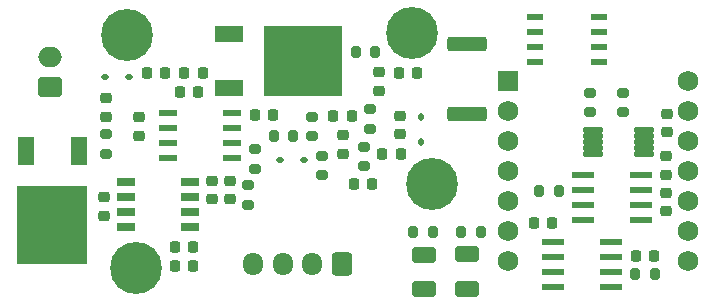
<source format=gbr>
%TF.GenerationSoftware,KiCad,Pcbnew,7.0.9*%
%TF.CreationDate,2024-01-14T15:58:55-05:00*%
%TF.ProjectId,5.2_5V,352e325f-3556-42e6-9b69-6361645f7063,rev?*%
%TF.SameCoordinates,Original*%
%TF.FileFunction,Soldermask,Top*%
%TF.FilePolarity,Negative*%
%FSLAX46Y46*%
G04 Gerber Fmt 4.6, Leading zero omitted, Abs format (unit mm)*
G04 Created by KiCad (PCBNEW 7.0.9) date 2024-01-14 15:58:55*
%MOMM*%
%LPD*%
G01*
G04 APERTURE LIST*
G04 Aperture macros list*
%AMRoundRect*
0 Rectangle with rounded corners*
0 $1 Rounding radius*
0 $2 $3 $4 $5 $6 $7 $8 $9 X,Y pos of 4 corners*
0 Add a 4 corners polygon primitive as box body*
4,1,4,$2,$3,$4,$5,$6,$7,$8,$9,$2,$3,0*
0 Add four circle primitives for the rounded corners*
1,1,$1+$1,$2,$3*
1,1,$1+$1,$4,$5*
1,1,$1+$1,$6,$7*
1,1,$1+$1,$8,$9*
0 Add four rect primitives between the rounded corners*
20,1,$1+$1,$2,$3,$4,$5,0*
20,1,$1+$1,$4,$5,$6,$7,0*
20,1,$1+$1,$6,$7,$8,$9,0*
20,1,$1+$1,$8,$9,$2,$3,0*%
G04 Aperture macros list end*
%ADD10C,4.400000*%
%ADD11RoundRect,0.250000X-1.425000X0.362500X-1.425000X-0.362500X1.425000X-0.362500X1.425000X0.362500X0*%
%ADD12RoundRect,0.225000X0.250000X-0.225000X0.250000X0.225000X-0.250000X0.225000X-0.250000X-0.225000X0*%
%ADD13RoundRect,0.225000X-0.225000X-0.250000X0.225000X-0.250000X0.225000X0.250000X-0.225000X0.250000X0*%
%ADD14RoundRect,0.113200X-0.723800X-0.128800X0.723800X-0.128800X0.723800X0.128800X-0.723800X0.128800X0*%
%ADD15RoundRect,0.250000X0.750000X-0.600000X0.750000X0.600000X-0.750000X0.600000X-0.750000X-0.600000X0*%
%ADD16O,2.000000X1.700000*%
%ADD17RoundRect,0.250000X0.600000X0.725000X-0.600000X0.725000X-0.600000X-0.725000X0.600000X-0.725000X0*%
%ADD18O,1.700000X1.950000*%
%ADD19RoundRect,0.112500X-0.187500X-0.112500X0.187500X-0.112500X0.187500X0.112500X-0.187500X0.112500X0*%
%ADD20RoundRect,0.225000X0.225000X0.250000X-0.225000X0.250000X-0.225000X-0.250000X0.225000X-0.250000X0*%
%ADD21RoundRect,0.200000X0.275000X-0.200000X0.275000X0.200000X-0.275000X0.200000X-0.275000X-0.200000X0*%
%ADD22R,1.981200X0.558800*%
%ADD23RoundRect,0.102000X-1.100000X-0.600000X1.100000X-0.600000X1.100000X0.600000X-1.100000X0.600000X0*%
%ADD24RoundRect,0.102000X-3.200000X-2.900000X3.200000X-2.900000X3.200000X2.900000X-3.200000X2.900000X0*%
%ADD25RoundRect,0.200000X-0.275000X0.200000X-0.275000X-0.200000X0.275000X-0.200000X0.275000X0.200000X0*%
%ADD26RoundRect,0.218750X-0.218750X-0.256250X0.218750X-0.256250X0.218750X0.256250X-0.218750X0.256250X0*%
%ADD27R,1.528000X0.650000*%
%ADD28RoundRect,0.310444X0.705556X-0.388056X0.705556X0.388056X-0.705556X0.388056X-0.705556X-0.388056X0*%
%ADD29RoundRect,0.200000X-0.200000X-0.275000X0.200000X-0.275000X0.200000X0.275000X-0.200000X0.275000X0*%
%ADD30RoundRect,0.225000X-0.250000X0.225000X-0.250000X-0.225000X0.250000X-0.225000X0.250000X0.225000X0*%
%ADD31RoundRect,0.102000X-0.600000X1.100000X-0.600000X-1.100000X0.600000X-1.100000X0.600000X1.100000X0*%
%ADD32RoundRect,0.102000X-2.900000X3.200000X-2.900000X-3.200000X2.900000X-3.200000X2.900000X3.200000X0*%
%ADD33RoundRect,0.310444X-0.705556X0.388056X-0.705556X-0.388056X0.705556X-0.388056X0.705556X0.388056X0*%
%ADD34RoundRect,0.112500X0.187500X0.112500X-0.187500X0.112500X-0.187500X-0.112500X0.187500X-0.112500X0*%
%ADD35RoundRect,0.102000X-0.765000X-0.765000X0.765000X-0.765000X0.765000X0.765000X-0.765000X0.765000X0*%
%ADD36C,1.734000*%
%ADD37R,1.498600X0.558800*%
%ADD38R,1.460500X0.558800*%
%ADD39RoundRect,0.112500X0.112500X-0.187500X0.112500X0.187500X-0.112500X0.187500X-0.112500X-0.187500X0*%
%ADD40RoundRect,0.200000X0.200000X0.275000X-0.200000X0.275000X-0.200000X-0.275000X0.200000X-0.275000X0*%
G04 APERTURE END LIST*
D10*
%TO.C,H4*%
X161290000Y-47040800D03*
%TD*%
%TO.C,H3*%
X159562800Y-34239200D03*
%TD*%
%TO.C,H2*%
X136194800Y-54102000D03*
%TD*%
%TO.C,H1*%
X135432800Y-34442400D03*
%TD*%
D11*
%TO.C,R1*%
X164236400Y-35172200D03*
X164236400Y-41097200D03*
%TD*%
D12*
%TO.C,C3*%
X181152800Y-42634200D03*
X181152800Y-41084200D03*
%TD*%
%TO.C,C1*%
X156845000Y-39129000D03*
X156845000Y-37579000D03*
%TD*%
D13*
%TO.C,C4*%
X139975000Y-39250000D03*
X141525000Y-39250000D03*
%TD*%
D14*
%TO.C,U3*%
X174954800Y-42484800D03*
X174954800Y-42984800D03*
X174954800Y-43484800D03*
X174954800Y-43984800D03*
X174954800Y-44484800D03*
X179254800Y-44484800D03*
X179254800Y-43984800D03*
X179254800Y-43484800D03*
X179254800Y-42984800D03*
X179254800Y-42484800D03*
%TD*%
D15*
%TO.C,J2*%
X128981200Y-38813500D03*
D16*
X128981200Y-36313500D03*
%TD*%
D13*
%TO.C,C5*%
X137147000Y-37592000D03*
X138697000Y-37592000D03*
%TD*%
D17*
%TO.C,J1*%
X153660800Y-53763400D03*
D18*
X151160800Y-53763400D03*
X148660800Y-53763400D03*
X146160800Y-53763400D03*
%TD*%
D19*
%TO.C,D6*%
X148395000Y-44958000D03*
X150495000Y-44958000D03*
%TD*%
D20*
%TO.C,C14*%
X158636000Y-44450000D03*
X157086000Y-44450000D03*
%TD*%
D21*
%TO.C,R5*%
X133731000Y-44474400D03*
X133731000Y-42824400D03*
%TD*%
D22*
%TO.C,U12*%
X174040800Y-46228000D03*
X174040800Y-47498000D03*
X174040800Y-48768000D03*
X174040800Y-50038000D03*
X178968400Y-50038000D03*
X178968400Y-48768000D03*
X178968400Y-47498000D03*
X178968400Y-46228000D03*
%TD*%
D23*
%TO.C,Q1*%
X144106000Y-34296000D03*
D24*
X150406000Y-36576000D03*
D23*
X144106000Y-38856000D03*
%TD*%
D13*
%TO.C,C10*%
X146291000Y-41148000D03*
X147841000Y-41148000D03*
%TD*%
D21*
%TO.C,R3*%
X174701200Y-40957000D03*
X174701200Y-39307000D03*
%TD*%
D25*
%TO.C,R10*%
X156083000Y-40704000D03*
X156083000Y-42354000D03*
%TD*%
D26*
%TO.C,L1*%
X152908000Y-41275000D03*
X154483000Y-41275000D03*
%TD*%
D27*
%TO.C,U8*%
X135382000Y-46888400D03*
X135382000Y-48158400D03*
X135382000Y-49428400D03*
X135382000Y-50698400D03*
X140804000Y-50698400D03*
X140804000Y-49428400D03*
X140804000Y-48158400D03*
X140804000Y-46888400D03*
%TD*%
D28*
%TO.C,R16*%
X164250000Y-55905400D03*
X164250000Y-52984400D03*
%TD*%
D20*
%TO.C,C18*%
X141084600Y-52374800D03*
X139534600Y-52374800D03*
%TD*%
D13*
%TO.C,C12*%
X154673000Y-46990000D03*
X156223000Y-46990000D03*
%TD*%
D29*
%TO.C,R13*%
X163767000Y-51054000D03*
X165417000Y-51054000D03*
%TD*%
D30*
%TO.C,C15*%
X142646400Y-46736000D03*
X142646400Y-48286000D03*
%TD*%
D21*
%TO.C,R12*%
X145694400Y-48780200D03*
X145694400Y-47130200D03*
%TD*%
%TO.C,R8*%
X151130000Y-42989000D03*
X151130000Y-41339000D03*
%TD*%
D29*
%TO.C,R18*%
X178499000Y-54610000D03*
X180149000Y-54610000D03*
%TD*%
D31*
%TO.C,Q2*%
X131445000Y-44196000D03*
D32*
X129165000Y-50496000D03*
D31*
X126885000Y-44196000D03*
%TD*%
D21*
%TO.C,R6*%
X146304000Y-45719000D03*
X146304000Y-44069000D03*
%TD*%
D20*
%TO.C,C23*%
X171463000Y-50292000D03*
X169913000Y-50292000D03*
%TD*%
D25*
%TO.C,R9*%
X152019000Y-44641000D03*
X152019000Y-46291000D03*
%TD*%
D33*
%TO.C,R15*%
X160629600Y-53035200D03*
X160629600Y-55956200D03*
%TD*%
D20*
%TO.C,C19*%
X141084600Y-53949600D03*
X139534600Y-53949600D03*
%TD*%
%TO.C,C2*%
X160033000Y-37592000D03*
X158483000Y-37592000D03*
%TD*%
D12*
%TO.C,C9*%
X133731000Y-41326400D03*
X133731000Y-39776400D03*
%TD*%
D13*
%TO.C,C6*%
X140322000Y-37592000D03*
X141872000Y-37592000D03*
%TD*%
D22*
%TO.C,U9*%
X171526200Y-51943000D03*
X171526200Y-53213000D03*
X171526200Y-54483000D03*
X171526200Y-55753000D03*
X176453800Y-55753000D03*
X176453800Y-54483000D03*
X176453800Y-53213000D03*
X176453800Y-51943000D03*
%TD*%
D34*
%TO.C,D5*%
X135670000Y-37998400D03*
X133570000Y-37998400D03*
%TD*%
D29*
%TO.C,R7*%
X147892000Y-42926000D03*
X149542000Y-42926000D03*
%TD*%
D35*
%TO.C,U2*%
X167741600Y-38303200D03*
D36*
X167741600Y-40843200D03*
X167741600Y-43383200D03*
X167741600Y-45923200D03*
X167741600Y-48463200D03*
X167741600Y-51003200D03*
X167741600Y-53543200D03*
X182981600Y-53543200D03*
X182981600Y-51003200D03*
X182981600Y-48463200D03*
X182981600Y-45923200D03*
X182981600Y-43383200D03*
X182981600Y-40843200D03*
X182981600Y-38303200D03*
%TD*%
D37*
%TO.C,U4*%
X138938000Y-41021000D03*
X138938000Y-42291000D03*
X138938000Y-43561000D03*
X138938000Y-44831000D03*
X144348200Y-44831000D03*
X144348200Y-43561000D03*
X144348200Y-42291000D03*
X144348200Y-41021000D03*
%TD*%
D38*
%TO.C,U1*%
X169995850Y-32893000D03*
X169995850Y-34163000D03*
X169995850Y-35433000D03*
X169995850Y-36703000D03*
X175444150Y-36703000D03*
X175444150Y-35433000D03*
X175444150Y-34163000D03*
X175444150Y-32893000D03*
%TD*%
D30*
%TO.C,C13*%
X158623000Y-41262000D03*
X158623000Y-42812000D03*
%TD*%
D21*
%TO.C,R11*%
X155575000Y-45529000D03*
X155575000Y-43879000D03*
%TD*%
%TO.C,R4*%
X177444400Y-40957000D03*
X177444400Y-39307000D03*
%TD*%
D30*
%TO.C,C17*%
X133502400Y-48158400D03*
X133502400Y-49708400D03*
%TD*%
%TO.C,C11*%
X153797000Y-42913000D03*
X153797000Y-44463000D03*
%TD*%
D29*
%TO.C,R17*%
X170395000Y-47630000D03*
X172045000Y-47630000D03*
%TD*%
D13*
%TO.C,C22*%
X178549000Y-53086000D03*
X180099000Y-53086000D03*
%TD*%
D30*
%TO.C,C16*%
X144170400Y-46736000D03*
X144170400Y-48286000D03*
%TD*%
D12*
%TO.C,C20*%
X181102000Y-46241000D03*
X181102000Y-44691000D03*
%TD*%
D30*
%TO.C,C8*%
X136525000Y-41389000D03*
X136525000Y-42939000D03*
%TD*%
D39*
%TO.C,D4*%
X160401000Y-43468000D03*
X160401000Y-41368000D03*
%TD*%
D30*
%TO.C,C21*%
X181102000Y-47752000D03*
X181102000Y-49302000D03*
%TD*%
D29*
%TO.C,R14*%
X159703000Y-51054000D03*
X161353000Y-51054000D03*
%TD*%
D40*
%TO.C,R2*%
X156476200Y-35864800D03*
X154826200Y-35864800D03*
%TD*%
M02*

</source>
